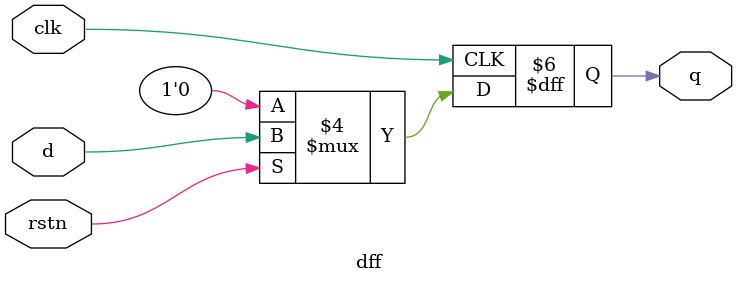
<source format=v>
module dff(
  input d,
  input clk,
  input rstn,
  output reg q
);
  always @ (posedge clk) begin
    if(!rstn)
      q <= 0;
    else
      q <= d;
  end

endmodule
</source>
